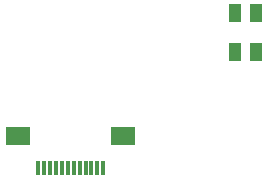
<source format=gbp>
G04 Layer: BottomPasteMaskLayer*
G04 EasyEDA Pro v2.2.32.3, 2024-12-05 12:24:41*
G04 Gerber Generator version 0.3*
G04 Scale: 100 percent, Rotated: No, Reflected: No*
G04 Dimensions in millimeters*
G04 Leading zeros omitted, absolute positions, 3 integers and 5 decimals*
%FSLAX35Y35*%
%MOMM*%
%ADD10R,2.0X1.6*%
%ADD11R,2.0X1.6*%
%ADD12R,0.29997X1.3*%
%ADD13R,0.997X1.54501*%
G75*


G04 Pad Start*
G54D10*
G01X647192Y-1161402D03*
G54D11*
G01X1537208Y-1161351D03*
G54D12*
G01X1367206Y-1429448D03*
G01X1317168Y-1429448D03*
G01X1267130Y-1429448D03*
G01X1217092Y-1429448D03*
G01X1167181Y-1429448D03*
G01X1117270Y-1429448D03*
G01X1067232Y-1429448D03*
G01X1017194Y-1429448D03*
G01X967156Y-1429448D03*
G01X917118Y-1429448D03*
G01X867080Y-1429448D03*
G01X817169Y-1429448D03*
G54D13*
G01X2478938Y-115646D03*
G01X2656942Y-115646D03*
G01X2656942Y-443154D03*
G01X2478938Y-443154D03*
G04 Pad End*

M02*


</source>
